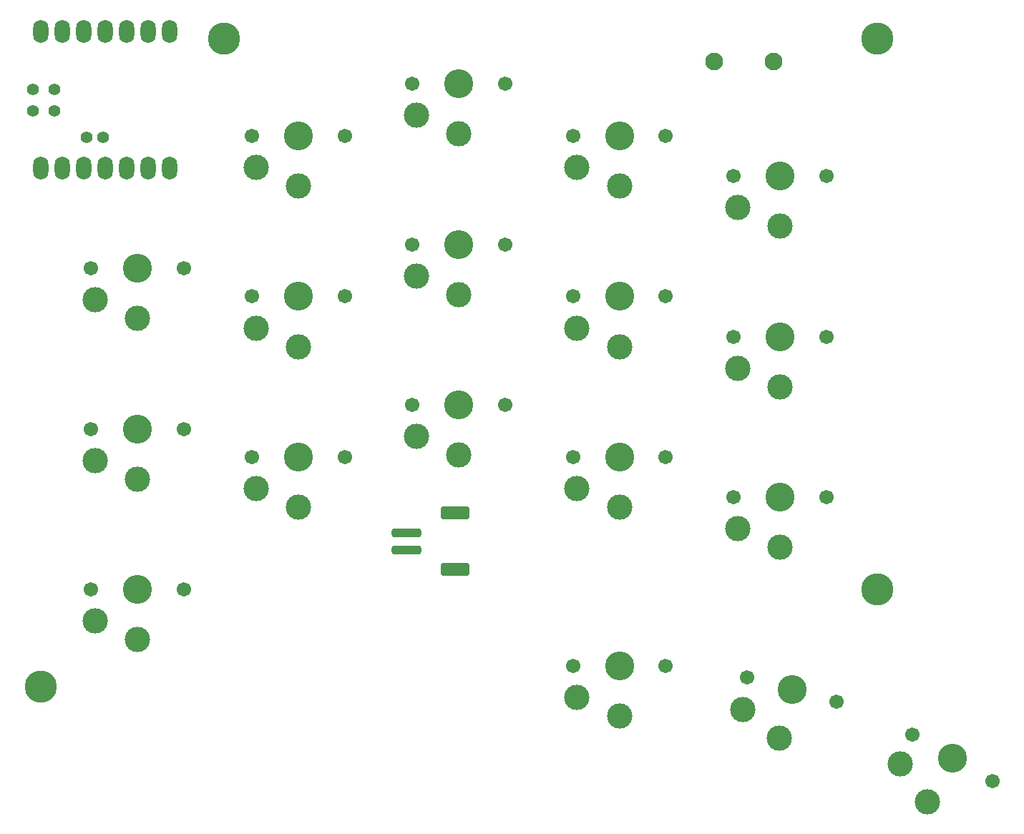
<source format=gbr>
%TF.GenerationSoftware,KiCad,Pcbnew,7.0.1*%
%TF.CreationDate,2024-02-26T07:25:15-05:00*%
%TF.ProjectId,pcb-left,7063622d-6c65-4667-942e-6b696361645f,0.3*%
%TF.SameCoordinates,Original*%
%TF.FileFunction,Soldermask,Top*%
%TF.FilePolarity,Negative*%
%FSLAX46Y46*%
G04 Gerber Fmt 4.6, Leading zero omitted, Abs format (unit mm)*
G04 Created by KiCad (PCBNEW 7.0.1) date 2024-02-26 07:25:15*
%MOMM*%
%LPD*%
G01*
G04 APERTURE LIST*
G04 Aperture macros list*
%AMRoundRect*
0 Rectangle with rounded corners*
0 $1 Rounding radius*
0 $2 $3 $4 $5 $6 $7 $8 $9 X,Y pos of 4 corners*
0 Add a 4 corners polygon primitive as box body*
4,1,4,$2,$3,$4,$5,$6,$7,$8,$9,$2,$3,0*
0 Add four circle primitives for the rounded corners*
1,1,$1+$1,$2,$3*
1,1,$1+$1,$4,$5*
1,1,$1+$1,$6,$7*
1,1,$1+$1,$8,$9*
0 Add four rect primitives between the rounded corners*
20,1,$1+$1,$2,$3,$4,$5,0*
20,1,$1+$1,$4,$5,$6,$7,0*
20,1,$1+$1,$6,$7,$8,$9,0*
20,1,$1+$1,$8,$9,$2,$3,0*%
G04 Aperture macros list end*
%ADD10C,1.701800*%
%ADD11C,3.000000*%
%ADD12C,3.429000*%
%ADD13RoundRect,0.250000X1.500000X-0.250000X1.500000X0.250000X-1.500000X0.250000X-1.500000X-0.250000X0*%
%ADD14RoundRect,0.250001X1.449999X-0.499999X1.449999X0.499999X-1.449999X0.499999X-1.449999X-0.499999X0*%
%ADD15C,2.100000*%
%ADD16C,3.800000*%
%ADD17O,1.800000X2.750000*%
%ADD18C,1.397000*%
G04 APERTURE END LIST*
D10*
%TO.C,SWL5*%
X122515625Y-54850000D03*
D11*
X123015625Y-58600000D03*
D12*
X128015625Y-54850000D03*
D11*
X128015625Y-60800000D03*
D10*
X133515625Y-54850000D03*
%TD*%
%TO.C,SWL13*%
X84515625Y-81925000D03*
D11*
X85015625Y-85675000D03*
D12*
X90015625Y-81925000D03*
D11*
X90015625Y-87875000D03*
D10*
X95515625Y-81925000D03*
%TD*%
%TO.C,SWL9*%
X103515625Y-69100000D03*
D11*
X104015625Y-72850000D03*
D12*
X109015625Y-69100000D03*
D11*
X109015625Y-75050000D03*
D10*
X114515625Y-69100000D03*
%TD*%
%TO.C,SWL18*%
X143677485Y-120975000D03*
D11*
X142235498Y-124472595D03*
D12*
X148440625Y-123725000D03*
D11*
X145465625Y-128877851D03*
D10*
X153203765Y-126475000D03*
%TD*%
%TO.C,SWL1*%
X46515625Y-65775000D03*
D11*
X47015625Y-69525000D03*
D12*
X52015625Y-65775000D03*
D11*
X52015625Y-71725000D03*
D10*
X57515625Y-65775000D03*
%TD*%
%TO.C,SWL17*%
X124128033Y-114226495D03*
D11*
X123640424Y-117978127D03*
D12*
X129440625Y-115650000D03*
D11*
X127900652Y-121397259D03*
D10*
X134753217Y-117073505D03*
%TD*%
%TO.C,SWL7*%
X65515625Y-69100000D03*
D11*
X66015625Y-72850000D03*
D12*
X71015625Y-69100000D03*
D11*
X71015625Y-75050000D03*
D10*
X76515625Y-69100000D03*
%TD*%
%TO.C,SWL15*%
X122515625Y-92850000D03*
D11*
X123015625Y-96600000D03*
D12*
X128015625Y-92850000D03*
D11*
X128015625Y-98800000D03*
D10*
X133515625Y-92850000D03*
%TD*%
D13*
%TO.C,J1*%
X83840625Y-99075000D03*
X83840625Y-97075000D03*
D14*
X89590625Y-101425000D03*
X89590625Y-94725000D03*
%TD*%
D10*
%TO.C,SWL4*%
X103515625Y-50100000D03*
D11*
X104015625Y-53850000D03*
D12*
X109015625Y-50100000D03*
D11*
X109015625Y-56050000D03*
D10*
X114515625Y-50100000D03*
%TD*%
%TO.C,SWL14*%
X103515625Y-88100000D03*
D11*
X104015625Y-91850000D03*
D12*
X109015625Y-88100000D03*
D11*
X109015625Y-94050000D03*
D10*
X114515625Y-88100000D03*
%TD*%
%TO.C,SWL8*%
X84515625Y-62925000D03*
D11*
X85015625Y-66675000D03*
D12*
X90015625Y-62925000D03*
D11*
X90015625Y-68875000D03*
D10*
X95515625Y-62925000D03*
%TD*%
%TO.C,SWL10*%
X122515625Y-73850000D03*
D11*
X123015625Y-77600000D03*
D12*
X128015625Y-73850000D03*
D11*
X128015625Y-79800000D03*
D10*
X133515625Y-73850000D03*
%TD*%
%TO.C,SWL11*%
X46515625Y-103775000D03*
D11*
X47015625Y-107525000D03*
D12*
X52015625Y-103775000D03*
D11*
X52015625Y-109725000D03*
D10*
X57515625Y-103775000D03*
%TD*%
%TO.C,SWL3*%
X84515625Y-43925000D03*
D11*
X85015625Y-47675000D03*
D12*
X90015625Y-43925000D03*
D11*
X90015625Y-49875000D03*
D10*
X95515625Y-43925000D03*
%TD*%
%TO.C,SWL6*%
X46515625Y-84775000D03*
D11*
X47015625Y-88525000D03*
D12*
X52015625Y-84775000D03*
D11*
X52015625Y-90725000D03*
D10*
X57515625Y-84775000D03*
%TD*%
D15*
%TO.C,RSW1*%
X120240625Y-41330000D03*
X127240625Y-41330000D03*
%TD*%
D16*
%TO.C,REF\u002A\u002A*%
X139512297Y-103739073D03*
%TD*%
D17*
%TO.C,U1*%
X40595625Y-53920000D03*
X43135625Y-53920000D03*
X45675625Y-53920000D03*
X48215625Y-53920000D03*
X50755625Y-53920000D03*
X53295625Y-53920000D03*
X55835625Y-53920000D03*
X55835625Y-37730000D03*
X53295625Y-37730000D03*
X50755625Y-37730000D03*
X48215625Y-37730000D03*
X45675625Y-37730000D03*
X43135625Y-37730000D03*
X40595625Y-37730000D03*
D18*
X39643625Y-47095000D03*
X39643625Y-44555000D03*
X42183625Y-47095000D03*
X42183625Y-44555000D03*
X47898625Y-50270000D03*
X45993625Y-50270000D03*
%TD*%
D16*
%TO.C,REF\u002A\u002A*%
X40522298Y-115278567D03*
%TD*%
%TO.C,REF\u002A\u002A*%
X139512298Y-38603567D03*
%TD*%
D10*
%TO.C,SWL12*%
X65515625Y-88100000D03*
D11*
X66015625Y-91850000D03*
D12*
X71015625Y-88100000D03*
D11*
X71015625Y-94050000D03*
D10*
X76515625Y-88100000D03*
%TD*%
%TO.C,SWL2*%
X65515625Y-50100000D03*
D11*
X66015625Y-53850000D03*
D12*
X71015625Y-50100000D03*
D11*
X71015625Y-56050000D03*
D10*
X76515625Y-50100000D03*
%TD*%
D16*
%TO.C,REF\u002A\u002A*%
X62262298Y-38603567D03*
%TD*%
D10*
%TO.C,SWL16*%
X103515625Y-112800000D03*
D11*
X104015625Y-116550000D03*
D12*
X109015625Y-112800000D03*
D11*
X109015625Y-118750000D03*
D10*
X114515625Y-112800000D03*
%TD*%
M02*

</source>
